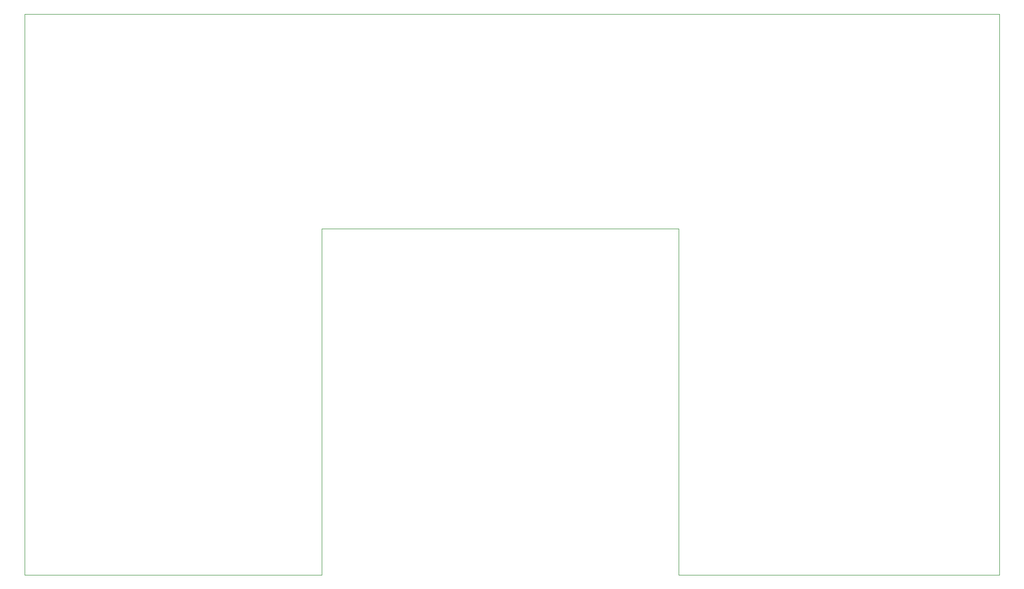
<source format=gm1>
G04 #@! TF.GenerationSoftware,KiCad,Pcbnew,(5.1.5)-3*
G04 #@! TF.CreationDate,2022-04-15T22:29:16+02:00*
G04 #@! TF.ProjectId,Extension Board,45787465-6e73-4696-9f6e-20426f617264,1*
G04 #@! TF.SameCoordinates,Original*
G04 #@! TF.FileFunction,Profile,NP*
%FSLAX46Y46*%
G04 Gerber Fmt 4.6, Leading zero omitted, Abs format (unit mm)*
G04 Created by KiCad (PCBNEW (5.1.5)-3) date 2022-04-15 22:29:16*
%MOMM*%
%LPD*%
G04 APERTURE LIST*
%ADD10C,0.050000*%
G04 APERTURE END LIST*
D10*
X146000000Y-131318000D02*
X200000000Y-131318000D01*
X85852000Y-73000000D02*
X85852000Y-131318000D01*
X146000000Y-73000000D02*
X85852000Y-73000000D01*
X146000000Y-131318000D02*
X146000000Y-73000000D01*
X35842000Y-36830000D02*
X35814000Y-131318000D01*
X35814000Y-131318000D02*
X85852000Y-131318000D01*
X200000000Y-36830000D02*
X35842000Y-36830000D01*
X200000000Y-131318000D02*
X200000000Y-36830000D01*
M02*

</source>
